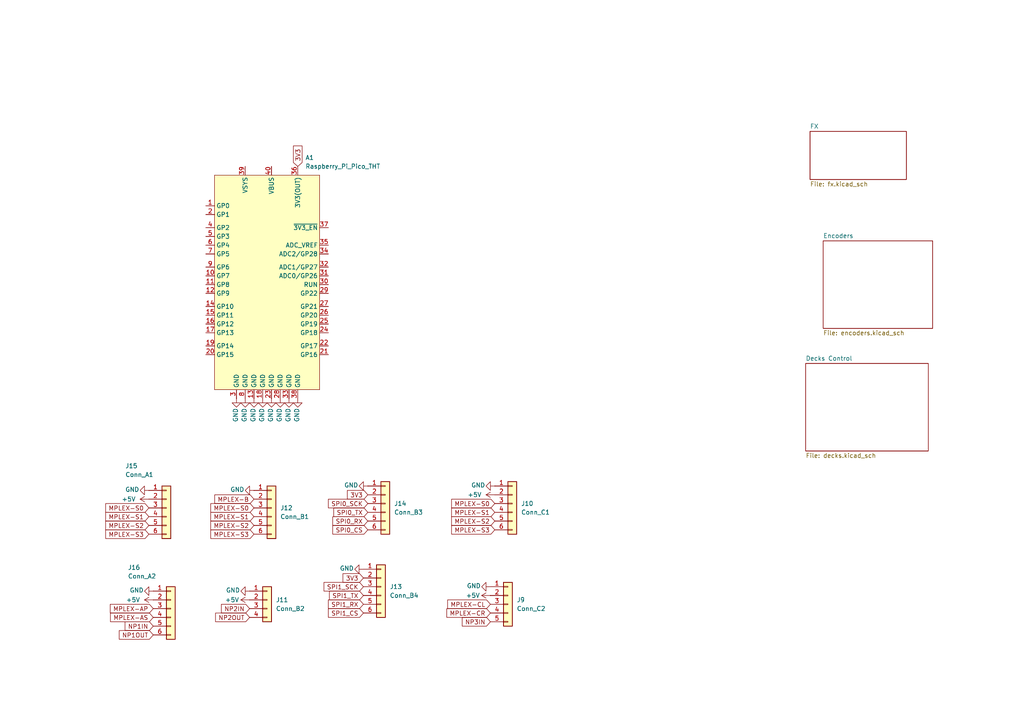
<source format=kicad_sch>
(kicad_sch (version 20231120) (generator "eeschema") (generator_version "8.0")
  (paper "A4")
  (lib_symbols
    (symbol "Connector_Generic:Conn_01x04" (pin_names (offset 1.016) hide)
      (property "Reference" "J" (at 0 5.08 0))
      (property "Value" "Conn_01x04" (at 0 -7.62 0))
      (symbol "Conn_01x04_1_1"
        (rectangle (start -1.27 -4.953) (end 0 -5.207) (stroke (width 0.1524)))
        (rectangle (start -1.27 -2.413) (end 0 -2.667) (stroke (width 0.1524)))
        (rectangle (start -1.27 0.127) (end 0 -0.127) (stroke (width 0.1524)))
        (rectangle (start -1.27 2.667) (end 0 2.413) (stroke (width 0.1524)))
        (rectangle (start -1.27 3.81) (end 1.27 -6.35) (stroke (width 0.254)) (fill (type background)))
        (pin passive line (at -5.08 2.54 0) (length 3.81) (name "Pin_1") (number "1"))
        (pin passive line (at -5.08 0 0) (length 3.81) (name "Pin_2") (number "2"))
        (pin passive line (at -5.08 -2.54 0) (length 3.81) (name "Pin_3") (number "3"))
        (pin passive line (at -5.08 -5.08 0) (length 3.81) (name "Pin_4") (number "4"))
      )
    )
    (symbol "Connector_Generic:Conn_01x05" (pin_names (offset 1.016) hide)
      (property "Reference" "J" (at 0 7.62 0))
      (property "Value" "Conn_01x05" (at 0 -7.62 0))
      (symbol "Conn_01x05_1_1"
        (rectangle (start -1.27 -4.953) (end 0 -5.207) (stroke (width 0.1524)))
        (rectangle (start -1.27 -2.413) (end 0 -2.667) (stroke (width 0.1524)))
        (rectangle (start -1.27 0.127) (end 0 -0.127) (stroke (width 0.1524)))
        (rectangle (start -1.27 2.667) (end 0 2.413) (stroke (width 0.1524)))
        (rectangle (start -1.27 5.207) (end 0 4.953) (stroke (width 0.1524)))
        (rectangle (start -1.27 6.35) (end 1.27 -6.35) (stroke (width 0.254)) (fill (type background)))
        (pin passive line (at -5.08 5.08 0) (length 3.81) (name "Pin_1") (number "1"))
        (pin passive line (at -5.08 2.54 0) (length 3.81) (name "Pin_2") (number "2"))
        (pin passive line (at -5.08 0 0) (length 3.81) (name "Pin_3") (number "3"))
        (pin passive line (at -5.08 -2.54 0) (length 3.81) (name "Pin_4") (number "4"))
        (pin passive line (at -5.08 -5.08 0) (length 3.81) (name "Pin_5") (number "5"))
      )
    )
    (symbol "Connector_Generic:Conn_01x06" (pin_names (offset 1.016) hide)
      (property "Reference" "J" (at 0 7.62 0))
      (property "Value" "Conn_01x06" (at 0 -10.16 0))
      (symbol "Conn_01x06_1_1"
        (rectangle (start -1.27 -7.493) (end 0 -7.747) (stroke (width 0.1524)))
        (rectangle (start -1.27 -4.953) (end 0 -5.207) (stroke (width 0.1524)))
        (rectangle (start -1.27 -2.413) (end 0 -2.667) (stroke (width 0.1524)))
        (rectangle (start -1.27 0.127) (end 0 -0.127) (stroke (width 0.1524)))
        (rectangle (start -1.27 2.667) (end 0 2.413) (stroke (width 0.1524)))
        (rectangle (start -1.27 5.207) (end 0 4.953) (stroke (width 0.1524)))
        (rectangle (start -1.27 6.35) (end 1.27 -8.89) (stroke (width 0.254)) (fill (type background)))
        (pin passive line (at -5.08 5.08 0) (length 3.81) (name "Pin_1") (number "1"))
        (pin passive line (at -5.08 2.54 0) (length 3.81) (name "Pin_2") (number "2"))
        (pin passive line (at -5.08 0 0) (length 3.81) (name "Pin_3") (number "3"))
        (pin passive line (at -5.08 -2.54 0) (length 3.81) (name "Pin_4") (number "4"))
        (pin passive line (at -5.08 -5.08 0) (length 3.81) (name "Pin_5") (number "5"))
        (pin passive line (at -5.08 -7.62 0) (length 3.81) (name "Pin_6") (number "6"))
      )
    )
    (symbol "PCM_SL_Development_Board:Raspberry_Pi_Pico_THT"
      (property "Reference" "A" (at 12.7 34.29 0))
      (property "Value" "Raspberry_Pi_Pico_THT" (at 21.59 31.75 0))
      (symbol "Raspberry_Pi_Pico_THT_0_1"
        (rectangle (start -15.24 29.21) (end 15.24 -33.02) (fill (type background)))
      )
      (symbol "Raspberry_Pi_Pico_THT_1_1"
        (pin bidirectional line (at -17.78 20.32 0) (length 2.54) (name "GP0") (number "1"))
        (pin bidirectional line (at -17.78 0 0) (length 2.54) (name "GP7") (number "10"))
        (pin bidirectional line (at -17.78 -2.54 0) (length 2.54) (name "GP8") (number "11"))
        (pin bidirectional line (at -17.78 -5.08 0) (length 2.54) (name "GP9") (number "12"))
        (pin power_in line (at -3.81 -35.56 90) (length 2.54) (name "GND") (number "13"))
        (pin bidirectional line (at -17.78 -8.89 0) (length 2.54) (name "GP10") (number "14"))
        (pin bidirectional line (at -17.78 -11.43 0) (length 2.54) (name "GP11") (number "15"))
        (pin bidirectional line (at -17.78 -13.97 0) (length 2.54) (name "GP12") (number "16"))
        (pin bidirectional line (at -17.78 -16.51 0) (length 2.54) (name "GP13") (number "17"))
        (pin power_in line (at -1.27 -35.56 90) (length 2.54) (name "GND") (number "18"))
        (pin bidirectional line (at -17.78 -20.32 0) (length 2.54) (name "GP14") (number "19"))
        (pin bidirectional line (at -17.78 17.78 0) (length 2.54) (name "GP1") (number "2"))
        (pin bidirectional line (at -17.78 -22.86 0) (length 2.54) (name "GP15") (number "20"))
        (pin bidirectional line (at 17.78 -22.86 180) (length 2.54) (name "GP16") (number "21"))
        (pin bidirectional line (at 17.78 -20.32 180) (length 2.54) (name "GP17") (number "22"))
        (pin power_in line (at 1.27 -35.56 90) (length 2.54) (name "GND") (number "23"))
        (pin bidirectional line (at 17.78 -16.51 180) (length 2.54) (name "GP18") (number "24"))
        (pin bidirectional line (at 17.78 -13.97 180) (length 2.54) (name "GP19") (number "25"))
        (pin bidirectional line (at 17.78 -11.43 180) (length 2.54) (name "GP20") (number "26"))
        (pin bidirectional line (at 17.78 -8.89 180) (length 2.54) (name "GP21") (number "27"))
        (pin power_in line (at 3.81 -35.56 90) (length 2.54) (name "GND") (number "28"))
        (pin bidirectional line (at 17.78 -5.08 180) (length 2.54) (name "GP22") (number "29"))
        (pin power_in line (at -8.89 -35.56 90) (length 2.54) (name "GND") (number "3"))
        (pin bidirectional line (at 17.78 -2.54 180) (length 2.54) (name "RUN") (number "30"))
        (pin bidirectional line (at 17.78 0 180) (length 2.54) (name "ADC0/GP26") (number "31"))
        (pin bidirectional line (at 17.78 2.54 180) (length 2.54) (name "ADC1/GP27") (number "32"))
        (pin power_in line (at 6.35 -35.56 90) (length 2.54) (name "GND") (number "33"))
        (pin bidirectional line (at 17.78 6.35 180) (length 2.54) (name "ADC2/GP28") (number "34"))
        (pin bidirectional line (at 17.78 8.89 180) (length 2.54) (name "ADC_VREF") (number "35"))
        (pin power_in line (at 8.89 31.75 270) (length 2.54) (name "3V3(OUT)") (number "36"))
        (pin bidirectional line (at 17.78 13.97 180) (length 2.54) (name "~{3V3_EN}") (number "37"))
        (pin power_in line (at 8.89 -35.56 90) (length 2.54) (name "GND") (number "38"))
        (pin power_in line (at -6.35 31.75 270) (length 2.54) (name "VSYS") (number "39"))
        (pin bidirectional line (at -17.78 13.97 0) (length 2.54) (name "GP2") (number "4"))
        (pin power_in line (at 1.27 31.75 270) (length 2.54) (name "VBUS") (number "40"))
        (pin bidirectional line (at -17.78 11.43 0) (length 2.54) (name "GP3") (number "5"))
        (pin bidirectional line (at -17.78 8.89 0) (length 2.54) (name "GP4") (number "6"))
        (pin bidirectional line (at -17.78 6.35 0) (length 2.54) (name "GP5") (number "7"))
        (pin power_in line (at -6.35 -35.56 90) (length 2.54) (name "GND") (number "8"))
        (pin bidirectional line (at -17.78 2.54 0) (length 2.54) (name "GP6") (number "9"))
      )
    )
    (symbol "power:+5V" (power) (pin_numbers hide) (pin_names (offset 0) hide)
      (property "Value" "+5V" (at 0 3.556 0))
      (symbol "+5V_0_1"
        (polyline (pts (xy -0.762 1.27) (xy 0 2.54)))
        (polyline (pts (xy 0 0) (xy 0 2.54)))
        (polyline (pts (xy 0 2.54) (xy 0.762 1.27)))
      )
      (symbol "+5V_1_1"
        (pin power_in line (at 0 0 90) (length 0) (name "~") (number "1"))
      )
    )
    (symbol "power:GND" (power) (pin_numbers hide) (pin_names (offset 0) hide)
      (property "Value" "GND" (at 0 -3.81 0))
      (symbol "GND_0_1"
        (polyline (pts (xy 0 0) (xy 0 -1.27) (xy 1.27 -1.27) (xy 0 -2.54) (xy -1.27 -1.27) (xy 0 -1.27)))
      )
      (symbol "GND_1_1"
        (pin power_in line (at 0 0 270) (length 0) (name "~") (number "1"))
      )
    )
  )
  (global_label "NP2IN" (shape input) (at 72.39 176.53 180) (property "Intersheetrefs" "${INTERSHEET_REFS}" (effects (hide yes))))
  (global_label "MPLEX-S0" (shape input) (at 73.66 147.32 180) (property "Intersheetrefs" "${INTERSHEET_REFS}" (effects (hide yes))))
  (global_label "NP1IN" (shape input) (at 44.45 181.61 180) (property "Intersheetrefs" "${INTERSHEET_REFS}" (effects (hide yes))))
  (global_label "SPI0_SCK" (shape input) (at 106.68 146.05 180) (property "Intersheetrefs" "${INTERSHEET_REFS}" (effects (hide yes))))
  (global_label "MPLEX-S2" (shape input) (at 73.66 152.4 180) (property "Intersheetrefs" "${INTERSHEET_REFS}" (effects (hide yes))))
  (global_label "SPI0_CS" (shape input) (at 106.68 153.67 180) (property "Intersheetrefs" "${INTERSHEET_REFS}" (effects (hide yes))))
  (global_label "3V3" (shape input) (at 86.36 48.26 90) (property "Intersheetrefs" "${INTERSHEET_REFS}" (effects (hide yes))))
  (global_label "3V3" (shape input) (at 105.41 167.64 180) (property "Intersheetrefs" "${INTERSHEET_REFS}" (effects (hide yes))))
  (global_label "MPLEX-S0" (shape input) (at 143.51 146.05 180) (property "Intersheetrefs" "${INTERSHEET_REFS}" (effects (hide yes))))
  (global_label "MPLEX-S1" (shape input) (at 43.18 149.86 180) (property "Intersheetrefs" "${INTERSHEET_REFS}" (effects (hide yes))))
  (global_label "NP2OUT" (shape input) (at 72.39 179.07 180) (property "Intersheetrefs" "${INTERSHEET_REFS}" (effects (hide yes))))
  (global_label "MPLEX-S1" (shape input) (at 143.51 148.59 180) (property "Intersheetrefs" "${INTERSHEET_REFS}" (effects (hide yes))))
  (global_label "NP1OUT" (shape input) (at 44.45 184.15 180) (property "Intersheetrefs" "${INTERSHEET_REFS}" (effects (hide yes))))
  (global_label "SPI1_SCK" (shape input) (at 105.41 170.18 180) (property "Intersheetrefs" "${INTERSHEET_REFS}" (effects (hide yes))))
  (global_label "SPI0_RX" (shape input) (at 106.68 151.13 180) (property "Intersheetrefs" "${INTERSHEET_REFS}" (effects (hide yes))))
  (global_label "SPI1_CS" (shape input) (at 105.41 177.8 180) (property "Intersheetrefs" "${INTERSHEET_REFS}" (effects (hide yes))))
  (global_label "3V3" (shape input) (at 106.68 143.51 180) (property "Intersheetrefs" "${INTERSHEET_REFS}" (effects (hide yes))))
  (global_label "MPLEX-AP" (shape input) (at 44.45 176.53 180) (property "Intersheetrefs" "${INTERSHEET_REFS}" (effects (hide yes))))
  (global_label "MPLEX-S0" (shape input) (at 43.18 147.32 180) (property "Intersheetrefs" "${INTERSHEET_REFS}" (effects (hide yes))))
  (global_label "MPLEX-CR" (shape input) (at 142.24 177.8 180) (property "Intersheetrefs" "${INTERSHEET_REFS}" (effects (hide yes))))
  (global_label "MPLEX-CL" (shape input) (at 142.24 175.26 180) (property "Intersheetrefs" "${INTERSHEET_REFS}" (effects (hide yes))))
  (global_label "MPLEX-S1" (shape input) (at 73.66 149.86 180) (property "Intersheetrefs" "${INTERSHEET_REFS}" (effects (hide yes))))
  (global_label "MPLEX-B" (shape input) (at 73.66 144.78 180) (property "Intersheetrefs" "${INTERSHEET_REFS}" (effects (hide yes))))
  (global_label "NP3IN" (shape input) (at 142.24 180.34 180) (property "Intersheetrefs" "${INTERSHEET_REFS}" (effects (hide yes))))
  (global_label "SPI1_RX" (shape input) (at 105.41 175.26 180) (property "Intersheetrefs" "${INTERSHEET_REFS}" (effects (hide yes))))
  (global_label "SPI1_TX" (shape input) (at 105.41 172.72 180) (property "Intersheetrefs" "${INTERSHEET_REFS}" (effects (hide yes))))
  (global_label "MPLEX-AS" (shape input) (at 44.45 179.07 180) (property "Intersheetrefs" "${INTERSHEET_REFS}" (effects (hide yes))))
  (global_label "MPLEX-S3" (shape input) (at 73.66 154.94 180) (property "Intersheetrefs" "${INTERSHEET_REFS}" (effects (hide yes))))
  (global_label "MPLEX-S3" (shape input) (at 143.51 153.67 180) (property "Intersheetrefs" "${INTERSHEET_REFS}" (effects (hide yes))))
  (global_label "SPI0_TX" (shape input) (at 106.68 148.59 180) (property "Intersheetrefs" "${INTERSHEET_REFS}" (effects (hide yes))))
  (global_label "MPLEX-S2" (shape input) (at 143.51 151.13 180) (property "Intersheetrefs" "${INTERSHEET_REFS}" (effects (hide yes))))
  (global_label "MPLEX-S2" (shape input) (at 43.18 152.4 180) (property "Intersheetrefs" "${INTERSHEET_REFS}" (effects (hide yes))))
  (global_label "MPLEX-S3" (shape input) (at 43.18 154.94 180) (property "Intersheetrefs" "${INTERSHEET_REFS}" (effects (hide yes))))
  (symbol (lib_id "power:GND") (at 83.82 115.57 0) (mirror y) (unit 1)
    (property "Reference" "#PWR0244" (effects (hide yes)))
    (property "Value" "GND" (at 83.566 120.396 90))
    (property "Description" "Power symbol creates a global label with name \"GND\" , ground" (effects (hide yes)))
  )
  (symbol (lib_id "Connector_Generic:Conn_01x06") (at 111.76 146.05 0) (unit 1)
    (property "Reference" "J14" (at 114.3 146.0499 0) (effects (justify left)))
    (property "Value" "Conn_B3" (at 114.3 148.5899 0) (effects (justify left)))
    (property "Description" "Generic connector, single row, 01x06, script generated (kicad-library-utils/schlib/autogen/connector/)" (effects (hide yes)))
  )
  (symbol (lib_id "power:GND") (at 71.12 115.57 0) (mirror y) (unit 1)
    (property "Reference" "#PWR0239" (effects (hide yes)))
    (property "Value" "GND" (at 70.866 120.396 90))
    (property "Description" "Power symbol creates a global label with name \"GND\" , ground" (effects (hide yes)))
  )
  (symbol (lib_id "power:GND") (at 68.58 115.57 0) (mirror y) (unit 1)
    (property "Reference" "#PWR0238" (effects (hide yes)))
    (property "Value" "GND" (at 68.326 120.396 90))
    (property "Description" "Power symbol creates a global label with name \"GND\" , ground" (effects (hide yes)))
  )
  (symbol (lib_id "power:GND") (at 73.66 115.57 0) (mirror y) (unit 1)
    (property "Reference" "#PWR0240" (effects (hide yes)))
    (property "Value" "GND" (at 73.406 120.396 90))
    (property "Description" "Power symbol creates a global label with name \"GND\" , ground" (effects (hide yes)))
  )
  (symbol (lib_id "power:GND") (at 72.39 171.45 270) (mirror x) (unit 1)
    (property "Reference" "#PWR0229" (effects (hide yes)))
    (property "Value" "GND" (at 67.564 171.196 90))
    (property "Description" "Power symbol creates a global label with name \"GND\" , ground" (effects (hide yes)))
  )
  (symbol (lib_id "power:GND") (at 78.74 115.57 0) (mirror y) (unit 1)
    (property "Reference" "#PWR0242" (effects (hide yes)))
    (property "Value" "GND" (at 78.486 120.396 90))
    (property "Description" "Power symbol creates a global label with name \"GND\" , ground" (effects (hide yes)))
  )
  (symbol (lib_id "Connector_Generic:Conn_01x06") (at 148.59 146.05 0) (unit 1)
    (property "Reference" "J10" (at 151.13 146.0499 0) (effects (justify left)))
    (property "Value" "Conn_C1" (at 151.13 148.5899 0) (effects (justify left)))
    (property "Description" "Generic connector, single row, 01x06, script generated (kicad-library-utils/schlib/autogen/connector/)" (effects (hide yes)))
  )
  (symbol (lib_id "power:+5V") (at 143.51 143.51 90) (unit 1)
    (property "Reference" "#PWR0228" (effects (hide yes)))
    (property "Value" "+5V" (at 139.7 143.5099 90) (effects (justify left)))
    (property "Description" "Power symbol creates a global label with name \"+5V\"" (effects (hide yes)))
  )
  (symbol (lib_id "power:GND") (at 44.45 171.45 270) (mirror x) (unit 1)
    (property "Reference" "#PWR0236" (effects (hide yes)))
    (property "Value" "GND" (at 39.624 171.196 90))
    (property "Description" "Power symbol creates a global label with name \"GND\" , ground" (effects (hide yes)))
  )
  (symbol (lib_id "power:GND") (at 105.41 165.1 270) (mirror x) (unit 1)
    (property "Reference" "#PWR0232" (effects (hide yes)))
    (property "Value" "GND" (at 100.584 164.846 90))
    (property "Description" "Power symbol creates a global label with name \"GND\" , ground" (effects (hide yes)))
  )
  (symbol (lib_id "power:GND") (at 143.51 140.97 270) (mirror x) (unit 1)
    (property "Reference" "#PWR0227" (effects (hide yes)))
    (property "Value" "GND" (at 138.684 140.716 90))
    (property "Description" "Power symbol creates a global label with name \"GND\" , ground" (effects (hide yes)))
  )
  (symbol (lib_id "power:GND") (at 76.2 115.57 0) (mirror y) (unit 1)
    (property "Reference" "#PWR0241" (effects (hide yes)))
    (property "Value" "GND" (at 75.946 120.396 90))
    (property "Description" "Power symbol creates a global label with name \"GND\" , ground" (effects (hide yes)))
  )
  (symbol (lib_id "power:GND") (at 81.28 115.57 0) (mirror y) (unit 1)
    (property "Reference" "#PWR0243" (effects (hide yes)))
    (property "Value" "GND" (at 81.026 120.396 90))
    (property "Description" "Power symbol creates a global label with name \"GND\" , ground" (effects (hide yes)))
  )
  (symbol (lib_id "Connector_Generic:Conn_01x06") (at 48.26 147.32 0) (unit 1)
    (property "Reference" "J15" (at 36.322 135.128 0) (effects (justify left)))
    (property "Value" "Conn_A1" (at 36.322 137.668 0) (effects (justify left)))
    (property "Description" "Generic connector, single row, 01x06, script generated (kicad-library-utils/schlib/autogen/connector/)" (effects (hide yes)))
  )
  (symbol (lib_id "power:GND") (at 43.18 142.24 270) (mirror x) (unit 1)
    (property "Reference" "#PWR0234" (effects (hide yes)))
    (property "Value" "GND" (at 38.354 141.986 90))
    (property "Description" "Power symbol creates a global label with name \"GND\" , ground" (effects (hide yes)))
  )
  (symbol (lib_id "power:GND") (at 106.68 140.97 270) (mirror x) (unit 1)
    (property "Reference" "#PWR0233" (effects (hide yes)))
    (property "Value" "GND" (at 101.854 140.716 90))
    (property "Description" "Power symbol creates a global label with name \"GND\" , ground" (effects (hide yes)))
  )
  (symbol (lib_id "power:GND") (at 86.36 115.57 0) (mirror y) (unit 1)
    (property "Reference" "#PWR0245" (effects (hide yes)))
    (property "Value" "GND" (at 86.106 120.396 90))
    (property "Description" "Power symbol creates a global label with name \"GND\" , ground" (effects (hide yes)))
  )
  (symbol (lib_id "power:+5V") (at 43.18 144.78 90) (unit 1)
    (property "Reference" "#PWR0235" (effects (hide yes)))
    (property "Value" "+5V" (at 39.37 144.7799 90) (effects (justify left)))
    (property "Description" "Power symbol creates a global label with name \"+5V\"" (effects (hide yes)))
  )
  (symbol (lib_id "power:+5V") (at 44.45 173.99 90) (unit 1)
    (property "Reference" "#PWR0237" (effects (hide yes)))
    (property "Value" "+5V" (at 40.64 173.9899 90) (effects (justify left)))
    (property "Description" "Power symbol creates a global label with name \"+5V\"" (effects (hide yes)))
  )
  (symbol (lib_id "Connector_Generic:Conn_01x06") (at 78.74 147.32 0) (unit 1)
    (property "Reference" "J12" (at 81.28 147.3199 0) (effects (justify left)))
    (property "Value" "Conn_B1" (at 81.28 149.8599 0) (effects (justify left)))
    (property "Description" "Generic connector, single row, 01x06, script generated (kicad-library-utils/schlib/autogen/connector/)" (effects (hide yes)))
  )
  (symbol (lib_id "power:+5V") (at 72.39 173.99 90) (unit 1)
    (property "Reference" "#PWR0230" (effects (hide yes)))
    (property "Value" "+5V" (at 67.31 173.99 90))
    (property "Description" "Power symbol creates a global label with name \"+5V\"" (effects (hide yes)))
  )
  (symbol (lib_id "Connector_Generic:Conn_01x04") (at 77.47 173.99 0) (unit 1)
    (property "Reference" "J11" (at 80.01 173.9899 0) (effects (justify left)))
    (property "Value" "Conn_B2" (at 80.01 176.5299 0) (effects (justify left)))
    (property "Description" "Generic connector, single row, 01x04, script generated (kicad-library-utils/schlib/autogen/connector/)" (effects (hide yes)))
  )
  (symbol (lib_id "power:GND") (at 73.66 142.24 270) (mirror x) (unit 1)
    (property "Reference" "#PWR0231" (effects (hide yes)))
    (property "Value" "GND" (at 68.834 141.986 90))
    (property "Description" "Power symbol creates a global label with name \"GND\" , ground" (effects (hide yes)))
  )
  (symbol (lib_id "power:+5V") (at 142.24 172.72 90) (unit 1)
    (property "Reference" "#PWR0226" (effects (hide yes)))
    (property "Value" "+5V" (at 137.16 172.72 90))
    (property "Description" "Power symbol creates a global label with name \"+5V\"" (effects (hide yes)))
  )
  (symbol (lib_id "PCM_SL_Development_Board:Raspberry_Pi_Pico_THT") (at 77.47 80.01 0) (unit 1)
    (property "Reference" "A1" (at 88.5541 45.72 0) (effects (justify left)))
    (property "Value" "Raspberry_Pi_Pico_THT" (at 88.5541 48.26 0) (effects (justify left)))
    (property "Footprint" "PCM_SL_Development_Boards:raspberry_pi_pico_THT" (effects (hide yes)))
    (property "Description" "Development Board with RP2040 MCU " (effects (hide yes)))
  )
  (symbol (lib_id "Connector_Generic:Conn_01x05") (at 147.32 175.26 0) (unit 1)
    (property "Reference" "J9" (at 149.86 173.9899 0) (effects (justify left)))
    (property "Value" "Conn_C2" (at 149.86 176.5299 0) (effects (justify left)))
    (property "Description" "Generic connector, single row, 01x05, script generated (kicad-library-utils/schlib/autogen/connector/)" (effects (hide yes)))
  )
  (symbol (lib_id "power:GND") (at 142.24 170.18 270) (mirror x) (unit 1)
    (property "Reference" "#PWR0223" (effects (hide yes)))
    (property "Value" "GND" (at 137.414 169.926 90))
    (property "Description" "Power symbol creates a global label with name \"GND\" , ground" (effects (hide yes)))
  )
  (symbol (lib_id "Connector_Generic:Conn_01x06") (at 49.53 176.53 0) (unit 1)
    (property "Reference" "J16" (at 37.084 164.592 0) (effects (justify left)))
    (property "Value" "Conn_A2" (at 37.084 167.132 0) (effects (justify left)))
    (property "Description" "Generic connector, single row, 01x06, script generated (kicad-library-utils/schlib/autogen/connector/)" (effects (hide yes)))
  )
  (symbol (lib_id "Connector_Generic:Conn_01x06") (at 110.49 170.18 0) (unit 1)
    (property "Reference" "J13" (at 113.03 170.1799 0) (effects (justify left)))
    (property "Value" "Conn_B4" (at 113.03 172.7199 0) (effects (justify left)))
    (property "Description" "Generic connector, single row, 01x06, script generated (kicad-library-utils/schlib/autogen/connector/)" (effects (hide yes)))
  )
  (sheet (at 238.76 69.85) (size 31.75 25.4) (stroke (width 0.1524))
    (property "Sheetname" "Encoders" (at 238.76 69.1384 0) (effects (justify left bottom)))
    (property "Sheetfile" "encoders.kicad_sch" (at 238.76 95.8346 0) (effects (justify left top)))
  )
  (sheet (at 234.95 38.1) (size 27.94 13.97) (stroke (width 0.1524))
    (property "Sheetname" "FX" (at 234.95 37.3884 0) (effects (justify left bottom)))
    (property "Sheetfile" "fx.kicad_sch" (at 234.95 52.6546 0) (effects (justify left top)))
  )
  (sheet (at 233.68 105.41) (size 35.56 25.4) (stroke (width 0.1524))
    (property "Sheetname" "Decks Control" (at 233.68 104.6984 0) (effects (justify left bottom)))
    (property "Sheetfile" "decks.kicad_sch" (at 233.68 131.3946 0) (effects (justify left top)))
  )
)
</source>
